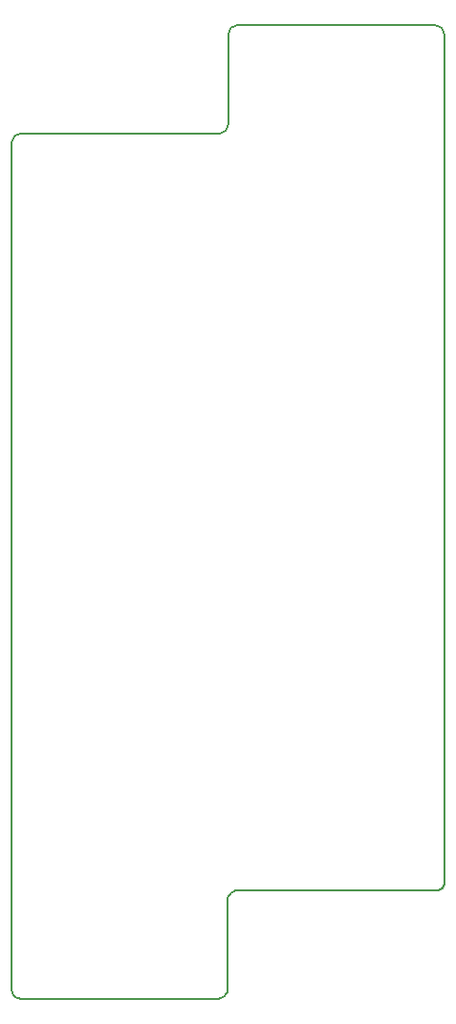
<source format=gbr>
%TF.GenerationSoftware,KiCad,Pcbnew,(7.0.0-0)*%
%TF.CreationDate,2023-02-26T21:11:16+09:00*%
%TF.ProjectId,pangaea-pcb-pinkey-k2-0.5ushift,70616e67-6165-4612-9d70-63622d70696e,rev?*%
%TF.SameCoordinates,Original*%
%TF.FileFunction,Profile,NP*%
%FSLAX46Y46*%
G04 Gerber Fmt 4.6, Leading zero omitted, Abs format (unit mm)*
G04 Created by KiCad (PCBNEW (7.0.0-0)) date 2023-02-26 21:11:16*
%MOMM*%
%LPD*%
G01*
G04 APERTURE LIST*
%TA.AperFunction,Profile*%
%ADD10C,0.150000*%
%TD*%
G04 APERTURE END LIST*
D10*
X59410034Y-92048158D02*
G75*
G03*
X59920077Y-91508914I-50034J558158D01*
G01*
X21781356Y-100799169D02*
G75*
G03*
X22540653Y-101591218I754544J-36631D01*
G01*
X22586767Y-25401636D02*
G75*
G03*
X21774113Y-26175382I-20107J-792514D01*
G01*
X41553595Y-92043747D02*
X59410034Y-92048158D01*
X41671257Y-15867507D02*
G75*
G03*
X40877507Y-16661257I43J-793793D01*
G01*
X59920077Y-16669670D02*
X59920077Y-91508914D01*
X40145156Y-25410019D02*
G75*
G03*
X40880000Y-24610000I-67956J799919D01*
G01*
X59937478Y-16669082D02*
G75*
G03*
X59120000Y-15870001I-826578J-27918D01*
G01*
X40877507Y-16661257D02*
X40880000Y-24610000D01*
X40042570Y-101604902D02*
G75*
G03*
X40829998Y-101000000I-220270J1101702D01*
G01*
X41553591Y-92043732D02*
G75*
G03*
X40832676Y-92695003I266709J-1019868D01*
G01*
X40145154Y-25410000D02*
X22586767Y-25401632D01*
X21774113Y-26175382D02*
X21781338Y-100799168D01*
X22540653Y-101591220D02*
X40039346Y-101588779D01*
X59120000Y-15870000D02*
X41671257Y-15867507D01*
X40830000Y-92695003D02*
X40830000Y-101000000D01*
M02*

</source>
